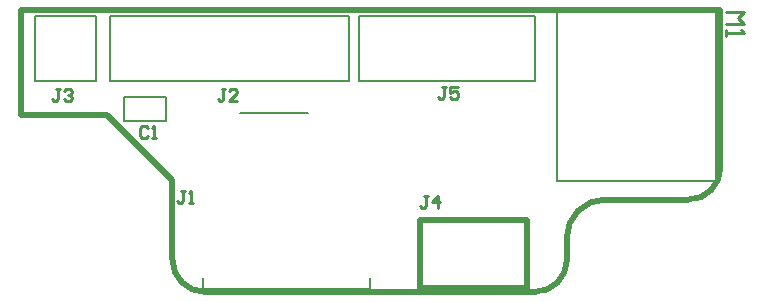
<source format=gto>
G04*
G04 #@! TF.GenerationSoftware,Altium Limited,CircuitStudio,1.5.2 (30)*
G04*
G04 Layer_Color=15065295*
%FSLAX44Y44*%
%MOMM*%
G71*
G01*
G75*
%ADD20C,0.2540*%
%ADD21C,0.5000*%
%ADD35C,0.1778*%
%ADD36C,0.2000*%
%ADD37C,0.1270*%
%ADD38C,0.2032*%
D20*
X766313Y508292D02*
X781548D01*
X776470Y503214D01*
X781548Y498135D01*
X766313D01*
Y493057D02*
Y487979D01*
Y490518D01*
X781548D01*
X779009Y493057D01*
X528904Y444837D02*
X525572D01*
X527238D01*
Y436506D01*
X525572Y434840D01*
X523906D01*
X522240Y436506D01*
X538901Y444837D02*
X532237D01*
Y439838D01*
X535569Y441505D01*
X537235D01*
X538901Y439838D01*
Y436506D01*
X537235Y434840D01*
X533903D01*
X532237Y436506D01*
X513820Y352025D02*
X510487D01*
X512153D01*
Y343694D01*
X510487Y342028D01*
X508821D01*
X507155Y343694D01*
X522150Y342028D02*
Y352025D01*
X517152Y347026D01*
X523816D01*
X201905Y442922D02*
X198572D01*
X200238D01*
Y434591D01*
X198572Y432925D01*
X196906D01*
X195240Y434591D01*
X205237Y441256D02*
X206903Y442922D01*
X210235D01*
X211901Y441256D01*
Y439590D01*
X210235Y437924D01*
X208569D01*
X210235D01*
X211901Y436257D01*
Y434591D01*
X210235Y432925D01*
X206903D01*
X205237Y434591D01*
X342205Y443207D02*
X338872D01*
X340538D01*
Y434876D01*
X338872Y433210D01*
X337206D01*
X335540Y434876D01*
X352201Y433210D02*
X345537D01*
X352201Y439874D01*
Y441541D01*
X350535Y443207D01*
X347203D01*
X345537Y441541D01*
X307904Y356292D02*
X304572D01*
X306238D01*
Y347961D01*
X304572Y346295D01*
X302906D01*
X301240Y347961D01*
X311237Y346295D02*
X314569D01*
X312903D01*
Y356292D01*
X311237Y354626D01*
X276905Y409626D02*
X275238Y411292D01*
X271906D01*
X270240Y409626D01*
Y402961D01*
X271906Y401295D01*
X275238D01*
X276905Y402961D01*
X280237Y401295D02*
X283569D01*
X281903D01*
Y411292D01*
X280237Y409626D01*
D21*
X507240Y274295D02*
Y331795D01*
X597240Y274295D02*
Y331795D01*
X507240D02*
X597240D01*
X507240Y274295D02*
X597240D01*
X297169Y298995D02*
G03*
X324869Y271295I27700J0D01*
G01*
X604286D02*
G03*
X631240Y298249I0J26955D01*
G01*
X734015Y349295D02*
G03*
X761240Y376520I0J27225D01*
G01*
X662940Y349295D02*
G03*
X641260Y340315I0J-30661D01*
G01*
X640220Y339275D02*
G03*
X631240Y317595I21680J-21680D01*
G01*
Y298249D02*
Y317595D01*
X324869Y271295D02*
X604286D01*
X761240Y376520D02*
Y393995D01*
X614240Y510000D02*
X761240D01*
Y393995D02*
Y510000D01*
X662940Y349295D02*
X734015D01*
X640220Y339275D02*
X641260Y340315D01*
X169240Y510000D02*
X614240D01*
X169240Y421295D02*
Y510000D01*
X297169Y298995D02*
Y366295D01*
X242169Y421295D02*
X297169Y366295D01*
X169240Y421295D02*
X242169D01*
D35*
X447040Y450000D02*
Y505000D01*
X244340D02*
X447040D01*
X244340Y450000D02*
X447040D01*
X244340D02*
Y505000D01*
X603990Y450000D02*
Y505000D01*
X455240D02*
X603990D01*
X455240Y450000D02*
X603990D01*
X455240D02*
Y505000D01*
X232440Y450000D02*
Y505000D01*
X180740D02*
X232440D01*
X180740Y450000D02*
X232440D01*
X180740D02*
Y505000D01*
D36*
X623240Y365545D02*
Y509795D01*
Y365545D02*
X757740D01*
X623240Y509795D02*
X757740D01*
Y365545D02*
Y509795D01*
D37*
X354700Y422850D02*
X411700D01*
X323000Y273350D02*
Y282800D01*
Y273350D02*
X464400D01*
Y282800D01*
D38*
X292274Y416135D02*
Y436455D01*
X256206Y416135D02*
Y436455D01*
Y416135D02*
X292274D01*
X256206Y436455D02*
X292274D01*
M02*

</source>
